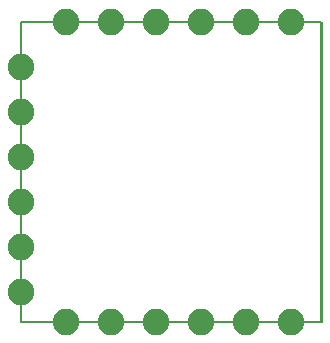
<source format=gbl>
G75*
%MOIN*%
%OFA0B0*%
%FSLAX25Y25*%
%IPPOS*%
%LPD*%
%AMOC8*
5,1,8,0,0,1.08239X$1,22.5*
%
%ADD10C,0.00000*%
%ADD11C,0.00500*%
%ADD12C,0.08858*%
D10*
X0005829Y0005829D02*
X0005829Y0105790D01*
X0106030Y0105790D01*
X0106030Y0005829D01*
X0005829Y0005829D01*
D11*
X0105829Y0005829D01*
X0105829Y0105829D01*
X0005829Y0105829D01*
X0005829Y0005829D01*
D12*
X0005829Y0015829D03*
X0005829Y0030829D03*
X0005829Y0045829D03*
X0005829Y0060829D03*
X0005829Y0075829D03*
X0005829Y0090829D03*
X0020829Y0105829D03*
X0035829Y0105829D03*
X0050829Y0105829D03*
X0065829Y0105829D03*
X0080829Y0105829D03*
X0095829Y0105829D03*
X0095829Y0005829D03*
X0080829Y0005829D03*
X0065829Y0005829D03*
X0050829Y0005829D03*
X0035829Y0005829D03*
X0020829Y0005829D03*
M02*

</source>
